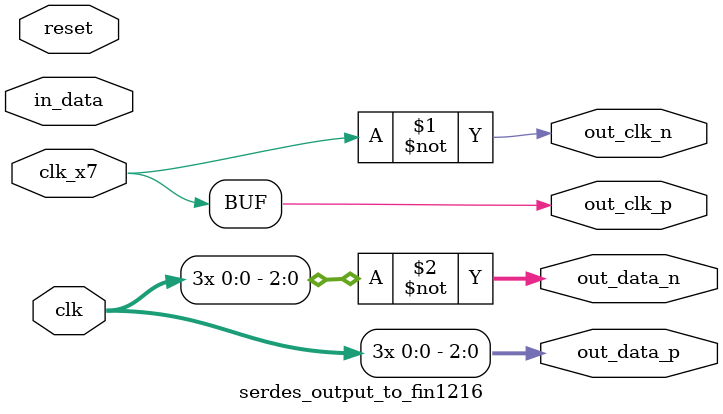
<source format=v>
`timescale			1ns / 1ps
`default_nettype	none



module serdes_output_to_fin1216
		#(
			parameter	N = 3
		)
		(
			input	wire				reset,
			input	wire				clk,
			input	wire				clk_x7,
			
			input	wire	[N*7-1:0]	in_data,
			
			output	wire				out_clk_p,
			output	wire				out_clk_n,
			output	wire	[N-1:0]		out_data_p,
			output	wire	[N-1:0]		out_data_n
		);
	
	assign out_clk_p = clk_x7;
	assign out_clk_n = ~clk_x7;
	assign out_data_p = {N{clk}};
	assign out_data_n = ~{N{clk}};
	
endmodule


`default_nettype	wire


// end of file

</source>
